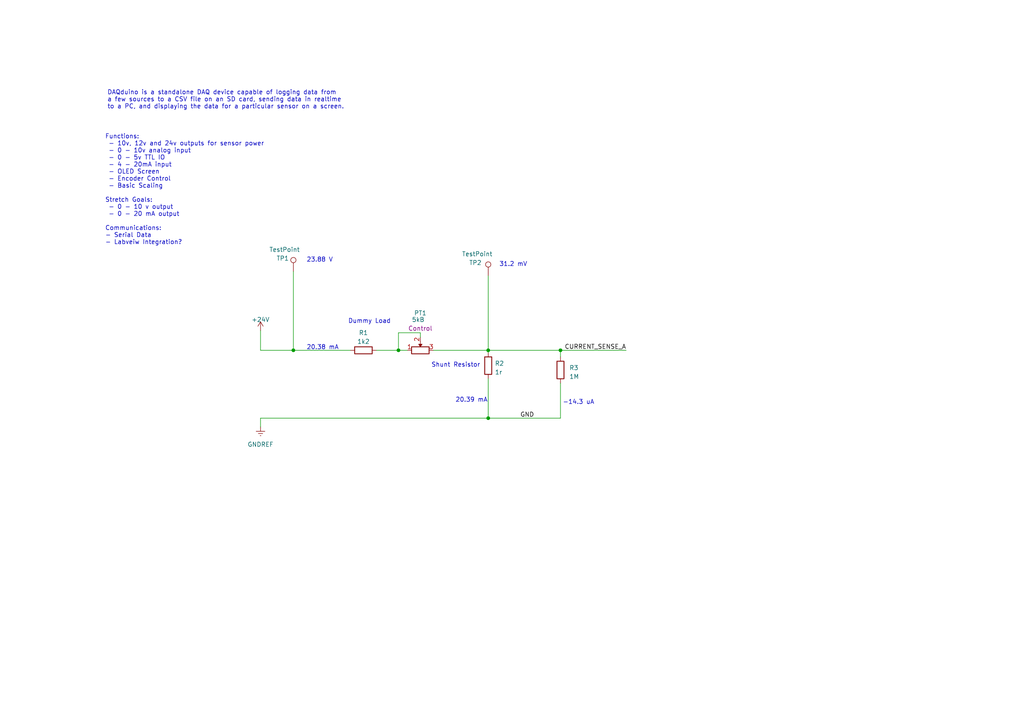
<source format=kicad_sch>
(kicad_sch (version 20230121) (generator eeschema)
  (paper "A4")
  (lib_symbols
    (symbol "000_Resistors_Immo:16mm Pot" (pin_names (offset 1.016) hide)
      (property "Reference" "PT" (at 4.318 7.112 0))
      (property "Value" "16mm Pot" (at 9.652 5.08 0))
      (property "NAME" "Control" (at 6.35 3.048 0))
      (symbol "16mm Pot_0_1"
        (polyline (pts (xy 2.54 0) (xy 1.524 0)))
        (polyline (pts (xy 1.016 0) (xy 1.778 0.508) (xy 1.778 -0.508) (xy 1.016 0)) (fill (type outline)))
        (rectangle (start 1.016 2.54) (end -1.016 -2.54) (stroke (width 0.254)))
      )
      (symbol "16mm Pot_1_1"
        (pin passive line (at 0 3.81 270) (length 1.27) (name "1") (number "1"))
        (pin passive line (at 3.81 0 180) (length 1.27) (name "2") (number "2"))
        (pin passive line (at 0 -3.81 90) (length 1.27) (name "3") (number "3"))
      )
    )
    (symbol "000_Resistors_Immo:Resistor_0805" (pin_numbers hide) (pin_names (offset 0))
      (property "Reference" "R?" (at -2.54 3.81 0))
      (property "Value" "Resistor_0805" (at -5.08 2.54 0))
      (symbol "Resistor_0805_0_1"
        (rectangle (start 2.54 -1.016) (end -2.54 1.016) (stroke (width 0.254)))
      )
      (symbol "Resistor_0805_1_1"
        (pin passive line (at -3.81 0 0) (length 1.27) (name "~") (number "1"))
        (pin passive line (at 3.81 0 180) (length 1.27) (name "~") (number "2"))
      )
    )
    (symbol "Connector:TestPoint" (pin_numbers hide) (pin_names (offset 0.762) hide)
      (property "Reference" "TP" (at 0 6.858 0))
      (property "Value" "TestPoint" (at 0 5.08 0))
      (symbol "TestPoint_0_1"
        (circle (center 0 3.302) (radius 0.762))
      )
      (symbol "TestPoint_1_1"
        (pin passive line (at 0 0 90) (length 2.54) (name "1") (number "1"))
      )
    )
    (symbol "power:+24V" (power) (pin_names (offset 0))
      (property "Value" "+24V" (at 0 3.556 0))
      (symbol "+24V_0_1"
        (polyline (pts (xy -0.762 1.27) (xy 0 2.54)))
        (polyline (pts (xy 0 0) (xy 0 2.54)))
        (polyline (pts (xy 0 2.54) (xy 0.762 1.27)))
      )
      (symbol "+24V_1_1"
        (pin power_in line (at 0 0 90) (length 0) hide (name "+24V") (number "1"))
      )
    )
    (symbol "power:GNDREF" (power) (pin_names (offset 0))
      (property "Value" "GNDREF" (at 0 -3.81 0))
      (symbol "GNDREF_0_1"
        (polyline (pts (xy -0.635 -1.905) (xy 0.635 -1.905)))
        (polyline (pts (xy -0.127 -2.54) (xy 0.127 -2.54)))
        (polyline (pts (xy 0 -1.27) (xy 0 0)))
        (polyline (pts (xy 1.27 -1.27) (xy -1.27 -1.27)))
      )
      (symbol "GNDREF_1_1"
        (pin power_in line (at 0 0 270) (length 0) hide (name "GNDREF") (number "1"))
      )
    )
  )
  (junction (at 141.605 101.6))
  (junction (at 141.605 121.285))
  (junction (at 162.56 101.6))
  (junction (at 115.57 101.6))
  (junction (at 85.09 101.6))
  (wire (pts (xy 75.565 95.885) (xy 75.565 101.6)))
  (wire (pts (xy 141.605 80.01) (xy 141.605 101.6)))
  (wire (pts (xy 181.61 101.6) (xy 162.56 101.6)))
  (wire (pts (xy 141.605 121.285) (xy 162.56 121.285)))
  (wire (pts (xy 162.56 103.505) (xy 162.56 101.6)))
  (wire (pts (xy 75.565 121.285) (xy 75.565 123.825)))
  (wire (pts (xy 85.09 101.6) (xy 101.6 101.6)))
  (wire (pts (xy 141.605 101.6) (xy 141.605 102.235)))
  (wire (pts (xy 109.22 101.6) (xy 115.57 101.6)))
  (wire (pts (xy 75.565 101.6) (xy 85.09 101.6)))
  (wire (pts (xy 162.56 111.125) (xy 162.56 121.285)))
  (wire (pts (xy 125.73 101.6) (xy 141.605 101.6)))
  (wire (pts (xy 85.09 78.74) (xy 85.09 101.6)))
  (wire (pts (xy 121.92 96.52) (xy 115.57 96.52)))
  (wire (pts (xy 141.605 121.285) (xy 75.565 121.285)))
  (wire (pts (xy 115.57 96.52) (xy 115.57 101.6)))
  (wire (pts (xy 121.92 97.79) (xy 121.92 96.52)))
  (wire (pts (xy 115.57 101.6) (xy 118.11 101.6)))
  (wire (pts (xy 141.605 101.6) (xy 162.56 101.6)))
  (wire (pts (xy 141.605 109.855) (xy 141.605 121.285)))
  (text "Functions:\n - 10v, 12v and 24v outputs for sensor power\n - 0 - 10v analog input\n - 0 - 5v TTL IO\n - 4 - 20mA input\n - OLED Screen\n - Encoder Control\n - Basic Scaling\n\nStretch Goals:\n - 0 - 10 v output\n - 0 - 20 mA output\n\nCommunications:\n- Serial Data\n- Labveiw Integration?" (at 30.48 71.12 0) (effects (font (size 1.27 1.27)) (justify left bottom)))
  (text "Dummy Load" (at 100.965 93.98 0) (effects (font (size 1.27 1.27)) (justify left bottom)))
  (text "-14.3 uA" (at 163.195 117.475 0) (effects (font (size 1.27 1.27)) (justify left bottom)))
  (text "20.39 mA" (at 132.08 116.84 0) (effects (font (size 1.27 1.27)) (justify left bottom)))
  (text "Shunt Resistor" (at 125.095 106.68 0) (effects (font (size 1.27 1.27)) (justify left bottom)))
  (text "23.88 V" (at 88.9 76.2 0) (effects (font (size 1.27 1.27)) (justify left bottom)))
  (text "20.38 mA" (at 88.9 101.6 0) (effects (font (size 1.27 1.27)) (justify left bottom)))
  (text "31.2 mV" (at 144.78 77.47 0) (effects (font (size 1.27 1.27)) (justify left bottom)))
  (text "DAQduino is a standalone DAQ device capable of logging data from \na few sources to a CSV file on an SD card, sending data in realtime\nto a PC, and displaying the data for a particular sensor on a screen." (at 31.115 31.75 0) (effects (font (size 1.27 1.27)) (justify left bottom)))
  (label "CURRENT_SENSE_A" (at 181.61 101.6 180))
  (label "GND" (at 154.94 121.285 180))
  (symbol (lib_id "000_Resistors_Immo:Resistor_0805") (at 105.41 101.6 0) (unit 1)
    (property "Reference" "R1" (at 105.41 96.52 0))
    (property "Value" "1k2" (at 105.41 99.06 0))
    (property "Footprint" "Resistor_SMD:R_0805_2012Metric_Pad1.20x1.40mm_HandSolder" (effects hide))
  )
  (symbol (lib_id "Connector:TestPoint") (at 141.605 80.01 0) (unit 1)
    (property "Reference" "TP2" (at 139.7 76.2 0) (effects (justify right)))
    (property "Value" "TestPoint" (at 142.875 73.66 0) (effects (justify right)))
  )
  (symbol (lib_id "power:+24V") (at 75.565 95.885 0) (unit 1)
    (property "Reference" "#PWR01" (effects hide))
    (property "Value" "+24V" (at 75.565 92.71 0))
  )
  (symbol (lib_id "000_Resistors_Immo:Resistor_0805") (at 141.605 106.045 90) (unit 1)
    (property "Reference" "R2" (at 143.51 105.41 90) (effects (justify right)))
    (property "Value" "1r" (at 143.51 107.95 90) (effects (justify right)))
    (property "Footprint" "Resistor_SMD:R_0805_2012Metric_Pad1.20x1.40mm_HandSolder" (effects hide))
  )
  (symbol (lib_id "000_Resistors_Immo:Resistor_0805") (at 162.56 107.315 90) (unit 1)
    (property "Reference" "R3" (at 165.1 106.68 90) (effects (justify right)))
    (property "Value" "1M" (at 165.1 109.22 90) (effects (justify right)))
    (property "Footprint" "Resistor_SMD:R_0805_2012Metric_Pad1.20x1.40mm_HandSolder" (effects hide))
  )
  (symbol (lib_id "000_Resistors_Immo:16mm Pot") (at 121.92 101.6 90) (unit 1)
    (property "Reference" "PT1" (at 121.92 90.805 90))
    (property "Value" "5kB" (at 121.285 92.71 90))
    (property "Footprint" "000 Resistors Immo:16MM_CENTERMOUNT" (effects hide))
    (property "NAME" "Control" (at 121.92 95.25 90))
  )
  (symbol (lib_id "power:GNDREF") (at 75.565 123.825 0) (unit 1)
    (property "Reference" "#PWR02" (effects hide))
    (property "Value" "GNDREF" (at 75.565 128.905 0))
  )
  (symbol (lib_id "Connector:TestPoint") (at 85.09 78.74 0) (unit 1)
    (property "Reference" "TP1" (at 83.82 74.93 0) (effects (justify right)))
    (property "Value" "TestPoint" (at 86.995 72.39 0) (effects (justify right)))
  )
)
</source>
